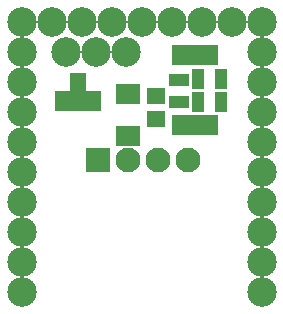
<source format=gbr>
G04 #@! TF.FileFunction,Soldermask,Top*
%FSLAX46Y46*%
G04 Gerber Fmt 4.6, Leading zero omitted, Abs format (unit mm)*
G04 Created by KiCad (PCBNEW 4.0.6) date 12/07/19 10:22:01*
%MOMM*%
%LPD*%
G01*
G04 APERTURE LIST*
%ADD10C,0.100000*%
%ADD11C,2.500000*%
%ADD12R,2.100000X2.100000*%
%ADD13C,2.100000*%
%ADD14R,1.700000X1.100000*%
%ADD15R,1.100000X1.700000*%
%ADD16R,1.650000X1.400000*%
%ADD17R,2.100000X1.700000*%
%ADD18R,1.370000X1.670000*%
G04 APERTURE END LIST*
D10*
D11*
X161581000Y-67845000D03*
X161581000Y-70385000D03*
X161581000Y-72925000D03*
X161581000Y-75465000D03*
X161581000Y-78005000D03*
X161581000Y-80545000D03*
X161581000Y-83085000D03*
X161581000Y-85625000D03*
X161581000Y-88165000D03*
X161581000Y-65305000D03*
X159041000Y-65305000D03*
X156501000Y-65305000D03*
X153961000Y-65305000D03*
X151421000Y-65305000D03*
X148881000Y-65305000D03*
X146341000Y-65305000D03*
X143801000Y-65305000D03*
X141261000Y-65305000D03*
X141261000Y-67845000D03*
X141261000Y-70385000D03*
X141261000Y-72925000D03*
X141261000Y-75465000D03*
X141261000Y-78005000D03*
X141261000Y-80545000D03*
X141261000Y-83085000D03*
X141261000Y-85625000D03*
X141261000Y-88165000D03*
D12*
X147711000Y-77025000D03*
D13*
X150251000Y-77025000D03*
X152791000Y-77025000D03*
X155331000Y-77025000D03*
D14*
X154636000Y-72100000D03*
X154636000Y-70200000D03*
D15*
X156236000Y-70125000D03*
X158136000Y-70125000D03*
D11*
X145061000Y-67875000D03*
X147601000Y-67875000D03*
X150141000Y-67875000D03*
D16*
X152661000Y-73550000D03*
X152661000Y-71550000D03*
D17*
X150311000Y-74950000D03*
X150311000Y-71450000D03*
D15*
X156236000Y-72100000D03*
X158136000Y-72100000D03*
D18*
X154641000Y-68150000D03*
X155911000Y-68150000D03*
X157181000Y-68150000D03*
X154641000Y-74075000D03*
X155911000Y-74075000D03*
X157181000Y-74075000D03*
X147281000Y-72000000D03*
X146011000Y-72000000D03*
X144741000Y-72000000D03*
X146011000Y-70450000D03*
M02*

</source>
